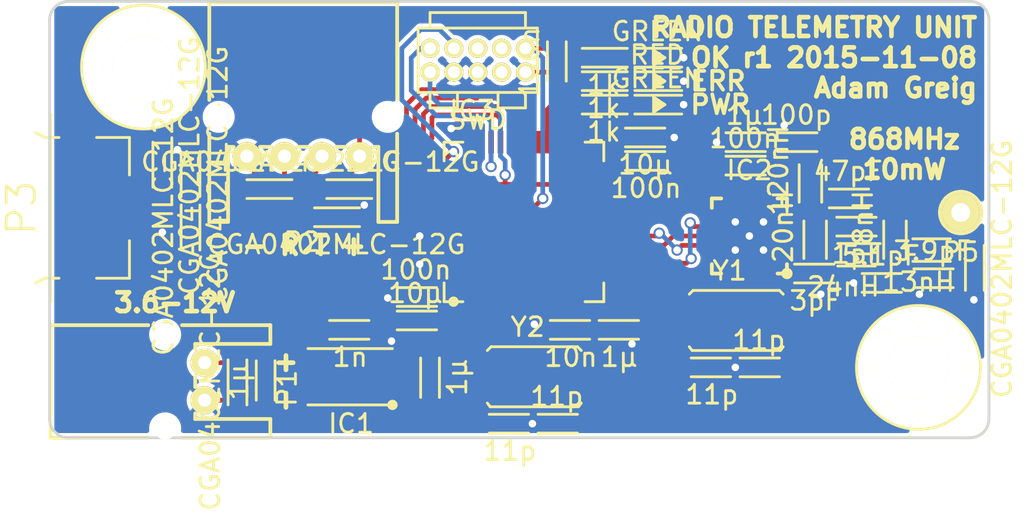
<source format=kicad_pcb>
(kicad_pcb (version 20221018) (generator pcbnew)
  (layers (0 "F.Cu" signal) (31 "B.Cu" signal) (34 "B.Paste" user) (35 "F.Paste" user) (36 "B.SilkS" user "B.Silkscreen") (37 "F.SilkS" user "F.Silkscreen") (38 "B.Mask" user) (39 "F.Mask" user) (44 "Edge.Cuts" user))
  (net 0 "")
  (net 1 "+BATT")
  (net 2 "GND")
  (net 3 "+3V3")
  (net 4 "Net-(C3-Pad1)")
  (net 5 "Net-(C4-Pad2)")
  (net 6 "Net-(C7-Pad1)")
  (net 7 "Net-(C14-Pad1)")
  (net 8 "Net-(C14-Pad2)")
  (net 9 "Net-(C15-Pad1)")
  (net 10 "Net-(C16-Pad1)")
  (net 11 "Net-(C17-Pad1)")
  (net 12 "Net-(C19-Pad1)")
  (net 13 "/nRST")
  (net 14 "Net-(C21-Pad1)")
  (net 15 "Net-(C22-Pad1)")
  (net 16 "/UART_RX")
  (net 17 "/UART_TX")
  (net 18 "/USB_DP")
  (net 19 "/USB_DM")
  (net 20 "Net-(D9-Pad2)")
  (net 21 "Net-(D10-Pad2)")
  (net 22 "Net-(D11-Pad2)")
  (net 23 "/SI_SDN")
  (net 24 "/SI_GPIO0")
  (net 25 "/SI_GPIO1")
  (net 26 "/SI_NIRQ")
  (net 27 "/SI_SCK")
  (net 28 "/SI_MISO")
  (net 29 "/SI_MOSI")
  (net 30 "/SI_NSS")
  (net 31 "Net-(IC3-Pad27)")
  (net 32 "Net-(IC3-Pad28)")
  (net 33 "/SWDIO")
  (net 34 "/SWCLK")
  (footprint "radtel:C0603" (layer "F.Cu") (at 93 109.5 -90)
    (fp_text reference "C1" hide)
    (fp_text value "1µ")
  )
  (footprint "radtel:C0603" (layer "F.Cu") (at 101.75 110.75 90)
    (fp_text reference "C2" hide)
    (fp_text value "1µ")
  )
  (footprint "radtel:C0603" (layer "F.Cu") (at 96.75 107.5)
    (fp_text reference "C3" hide)
    (fp_text value "1n")
  )
  (footprint "radtel:C0603" (layer "F.Cu") (at 121.5 104.5)
    (fp_text reference "C4" hide)
    (fp_text value "3pF")
  )
  (footprint "radtel:C0603" (layer "F.Cu") (at 119.25 97.5 180)
    (fp_text reference "C5" hide)
    (fp_text value "1µ")
  )
  (footprint "radtel:C0603" (layer "F.Cu") (at 119.25 98.75 180)
    (fp_text reference "C6" hide)
    (fp_text value "100n")
  )
  (footprint "radtel:C0603" (layer "F.Cu") (at 123.75 102)
    (fp_text reference "C7" hide)
    (fp_text value "1pF")
  )
  (footprint "radtel:C0603" (layer "F.Cu") (at 101.75 107 180)
    (fp_text reference "C8" hide)
    (fp_text value "10µ")
  )
  (footprint "radtel:C0603" (layer "F.Cu") (at 112.5 97.25)
    (fp_text reference "C9" hide)
    (fp_text value "10µ")
  )
  (footprint "radtel:C0603" (layer "F.Cu") (at 111.1 107.5)
    (fp_text reference "C10" hide)
    (fp_text value "1µ")
  )
  (footprint "radtel:C0603" (layer "F.Cu") (at 112.5 98.5)
    (fp_text reference "C11" hide)
    (fp_text value "100n")
  )
  (footprint "radtel:C0603" (layer "F.Cu") (at 101.75 105.75 180)
    (fp_text reference "C12" hide)
    (fp_text value "100n")
  )
  (footprint "radtel:C0603" (layer "F.Cu") (at 108.5 107.5)
    (fp_text reference "C13" hide)
    (fp_text value "10n")
  )
  (footprint "radtel:C0603" (layer "F.Cu") (at 124.75 100.5 180)
    (fp_text reference "C14" hide)
    (fp_text value "47pF")
  )
  (footprint "radtel:C0603" (layer "F.Cu") (at 126.5 105 180)
    (fp_text reference "C15" hide)
    (fp_text value "5.1pF")
  )
  (footprint "radtel:C0603" (layer "F.Cu") (at 129.25 104.75 180)
    (fp_text reference "C16" hide)
    (fp_text value "3.9pF")
  )
  (footprint "radtel:C0603" (layer "F.Cu") (at 116 109.5)
    (fp_text reference "C17" hide)
    (fp_text value "11p")
  )
  (footprint "radtel:C0603" (layer "F.Cu") (at 122 97.5 180)
    (fp_text reference "C18" hide)
    (fp_text value "100p")
  )
  (footprint "radtel:C0603" (layer "F.Cu") (at 120 109.5 180)
    (fp_text reference "C19" hide)
    (fp_text value "11p")
  )
  (footprint "radtel:C0603" (layer "F.Cu") (at 108.5 92.5 -90)
    (fp_text reference "C20" hide)
    (fp_text value "100n")
  )
  (footprint "radtel:C0603" (layer "F.Cu") (at 105.25 112.5)
    (fp_text reference "C21" hide)
    (fp_text value "11p")
  )
  (footprint "radtel:C0603" (layer "F.Cu") (at 109.25 112.5 180)
    (fp_text reference "C22" hide)
    (fp_text value "11p")
  )
  (footprint "radtel:R0603" (layer "F.Cu") (at 98.25 100 180)
    (fp_text reference "D1" hide)
    (fp_text value "CGA0402MLC-12G")
  )
  (footprint "radtel:R0603" (layer "F.Cu") (at 94 100 180)
    (fp_text reference "D2" hide)
    (fp_text value "CGA0402MLC-12G")
  )
  (footprint "radtel:R0603" (layer "F.Cu") (at 96 101.5)
    (fp_text reference "D3" hide)
    (fp_text value "CGA0402MLC-12G")
  )
  (footprint "radtel:R0603" (layer "F.Cu") (at 87.5 99.5 90)
    (fp_text reference "D4" hide)
    (fp_text value "CGA0402MLC-12G")
  )
  (footprint "radtel:R0603" (layer "F.Cu") (at 89 101.25 -90)
    (fp_text reference "D5" hide)
    (fp_text value "CGA0402MLC-12G")
  )
  (footprint "radtel:R0603" (layer "F.Cu") (at 89 100 90)
    (fp_text reference "D6" hide)
    (fp_text value "CGA0402MLC-12G")
  )
  (footprint "radtel:R0603" (layer "F.Cu") (at 91.5 109.5 -90)
    (fp_text reference "D7" hide)
    (fp_text value "CGA0402MLC-12G")
  )
  (footprint "radtel:R0603" (layer "F.Cu") (at 130.75 105 90)
    (fp_text reference "D8" hide)
    (fp_text value "CGA0402MLC-12G")
  )
  (footprint "radtel:LED0603" (layer "F.Cu") (at 114.75 93 180)
    (fp_text reference "D9" hide)
    (fp_text value "GREEN")
  )
  (footprint "radtel:LED0603" (layer "F.Cu") (at 114.75 94.25 180)
    (fp_text reference "D10" hide)
    (fp_text value "RED")
  )
  (footprint "radtel:LED0603" (layer "F.Cu") (at 114.75 95.5 180)
    (fp_text reference "D11" hide)
    (fp_text value "GREEN")
  )
  (footprint "radtel:Si4460" (layer "F.Cu") (at 118.75 102.5 180)
    (fp_text reference "IC2")
    (fp_text value "Si4460" hide)
  )
  (footprint "radtel:LQFP48" (layer "F.Cu") (at 104 106)
    (fp_text reference "IC3")
    (fp_text value "STM32F072CBT6" hide)
  )
  (footprint "radtel:L0603" (layer "F.Cu") (at 122.25 102 -90)
    (fp_text reference "L1" hide)
    (fp_text value "20nH")
  )
  (footprint "radtel:L0603" (layer "F.Cu") (at 123.75 103.5)
    (fp_text reference "L2" hide)
    (fp_text value "24nH")
  )
  (footprint "radtel:L0603" (layer "F.Cu") (at 126.5 102 -90)
    (fp_text reference "L3" hide)
    (fp_text value "18nH")
  )
  (footprint "radtel:L0603" (layer "F.Cu") (at 127.75 103.25)
    (fp_text reference "L4" hide)
    (fp_text value "13nH")
  )
  (footprint "radtel:L0603" (layer "F.Cu") (at 122 99 -90)
    (fp_text reference "L5" hide)
    (fp_text value "120nH")
  )
  (footprint "radtel:S02B-PASK-2" (layer "F.Cu") (at 89.75 111.25 90)
    (fp_text reference "P1")
    (fp_text value "PWR" hide)
  )
  (footprint "radtel:S04B-PASK-2" (layer "F.Cu") (at 92 98.25)
    (fp_text reference "P2")
    (fp_text value "UART" hide)
  )
  (footprint "radtel:USB3065" (layer "F.Cu") (at 83 101 -90)
    (fp_text reference "P3")
    (fp_text value "USB_OTG")
  )
  (footprint "radtel:FTSH-105-01-F-D-K" (layer "F.Cu") (at 101.75 92.5)
    (fp_text reference "P4" hide)
    (fp_text value "SWD")
  )
  (footprint "radtel:WHIPANT" (layer "F.Cu") (at 130 101.25)
    (fp_text reference "P5")
    (fp_text value "ANTENNA")
  )
  (footprint "radtel:R0603" (layer "F.Cu") (at 110.25 94.25)
    (fp_text reference "R1" hide)
    (fp_text value "1k")
  )
  (footprint "radtel:R0603" (layer "F.Cu") (at 110.25 95.5)
    (fp_text reference "R2" hide)
    (fp_text value "1k")
  )
  (footprint "radtel:R0603" (layer "F.Cu") (at 110.25 93)
    (fp_text reference "R3" hide)
    (fp_text value "1k")
  )
  (footprint "radtel:XTAL50x32" (layer "F.Cu") (at 116 107)
    (fp_text reference "Y1")
    (fp_text value "26MHz" hide)
  )
  (footprint "radtel:XTAL50x32" (layer "F.Cu") (at 105.25 110)
    (fp_text reference "Y2")
    (fp_text value "8MHz" hide)
  )
  (footprint "radtel:MSOP8" (layer "F.Cu") (at 99.75 111 180)
    (fp_text reference "IC1")
    (fp_text value "ADP3335" hide)
  )
  (footprint "radtel:M3_MOUNT" (layer "F.Cu") (at 127.75 109.5)
    (fp_text reference "M3_MOUNT" hide)
    (fp_text value "VAL**" hide)
  )
  (footprint "radtel:M3_MOUNT" (layer "F.Cu") (at 86.5 93.5)
    (fp_text reference "M3_MOUNT" hide)
    (fp_text value "VAL**" hide)
  )
  (gr_arc (start 81.5 91) (mid 81.792893 90.292893) (end 82.5 90) (stroke (width 0.15)) (layer "Edge.Cuts"))
  (gr_line (start 130.5 90) (end 82.5 90) (stroke (width 0.15)) (layer "Edge.Cuts"))
  (gr_arc (start 130.5 90) (mid 131.207107 90.292893) (end 131.5 91) (stroke (width 0.15)) (layer "Edge.Cuts"))
  (gr_line (start 82.5 113.25) (end 130.5 113.25) (stroke (width 0.15)) (layer "Edge.Cuts"))
  (gr_arc (start 131.5 112.25) (mid 131.207107 112.957107) (end 130.5 113.25) (stroke (width 0.15)) (layer "Edge.Cuts"))
  (gr_arc (start 82.5 113.25) (mid 81.792893 112.957107) (end 81.5 112.25) (stroke (width 0.15)) (layer "Edge.Cuts"))
  (gr_line (start 81.5 91) (end 81.5 112.25) (stroke (width 0.15)) (layer "Edge.Cuts"))
  (gr_line (start 131.5 112.25) (end 131.5 91) (stroke (width 0.15)) (layer "Edge.Cuts"))
  (gr_text "- R T +" (at 95.05 103) (layer "F.SilkS") (effects (font (size 1 1) (thickness 0.25))))
  (gr_text "OK" (at 115.5 93) (layer "F.SilkS") (effects (font (size 1 1) (thickness 0.25)) (justify left)))
  (gr_text "RADIO TELEMETRY UNIT\nr1 2015-11-08\nAdam Greig" (at 131 93) (layer "F.SilkS") (effects (font (size 1 1) (thickness 0.25)) (justify right)))
  (gr_text "+ -" (at 94.15 110.25 270) (layer "F.SilkS") (effects (font (size 1 1) (thickness 0.25))))
  (gr_text "PWR" (at 115.5 95.5) (layer "F.SilkS") (effects (font (size 1 1) (thickness 0.2)) (justify left)))
  (gr_text "ERR" (at 115.5 94.25) (layer "F.SilkS") (effects (font (size 1 1) (thickness 0.2)) (justify left)))
  (gr_text "3.6-12V" (at 88.15 106.05) (layer "F.SilkS") (effects (font (size 1 1) (thickness 0.25))))
  (gr_text "868MHz\n10mW" (at 127 98.15) (layer "F.SilkS") (effects (font (size 1 1) (thickness 0.25))))
  (segment (start 91.25 109.25) (end 91.5 109.5) (width 0.25) (layer "F.Cu") (net 1))
  (segment (start 93.2 109.7) (end 93 109.5) (width 0.25) (layer "F.Cu") (net 1))
  (segment (start 94.1 110.35) (end 94 110.25) (width 0.25) (layer "F.Cu") (net 1))
  (segment (start 94 110.25) (end 94 110) (width 0.25) (layer "F.Cu") (net 1))
  (segment (start 94 109.7) (end 93.2 109.7) (width 0.25) (layer "F.Cu") (net 1))
  (segment (start 94.25 111) (end 94 110.75) (width 0.25) (layer "F.Cu") (net 1))
  (segment (start 94 110.75) (end 94 110) (width 0.25) (layer "F.Cu") (net 1))
  (segment (start 94 110) (end 94 109.7) (width 0.25) (layer "F.Cu") (net 1))
  (segment (start 87.3 99.7) (end 87.5 99.5) (width 0.25) (layer "F.Cu") (net 1))
  (segment (start 98 98.65) (end 96.65 100) (width 0.25) (layer "F.Cu") (net 1))
  (segment (start 86.7 99.7) (end 87.3 99.7) (width 0.25) (layer "F.Cu") (net 1))
  (segment (start 94 106.5) (end 91.7 104.2) (width 0.25) (layer "F.Cu") (net 1))
  (segment (start 91.7 104.2) (end 85.3 104.2) (width 0.25) (layer "F.Cu") (net 1))
  (segment (start 85.3 104.2) (end 84.05 102.95) (width 0.25) (layer "F.Cu") (net 1))
  (segment (start 84.05 102.95) (end 84 102.9) (width 0.25) (layer "F.Cu") (net 1))
  (segment (start 84 100.5) (end 84.8 99.7) (width 0.25) (layer "F.Cu") (net 1))
  (segment (start 84.8 99.7) (end 85.75 99.7) (width 0.25) (layer "F.Cu") (net 1))
  (segment (start 88 99.5) (end 88.25 99.25) (width 0.25) (layer "F.Cu") (net 1))
  (segment (start 88.25 99.25) (end 90 99.25) (width 0.25) (layer "F.Cu") (net 1))
  (segment (start 90 99.25) (end 90.5 98.75) (width 0.25) (layer "F.Cu") (net 1))
  (segment (start 90.5 98.75) (end 90.5 97.75) (width 0.25) (layer "F.Cu") (net 1))
  (segment (start 90.5 97.75) (end 91.75 96.5) (width 0.25) (layer "F.Cu") (net 1))
  (segment (start 91.75 96.5) (end 97.25 96.5) (width 0.25) (layer "F.Cu") (net 1))
  (segment (start 97.25 96.5) (end 98 97.25) (width 0.25) (layer "F.Cu") (net 1))
  (segment (start 98 97.25) (end 98 98.25) (width 0.25) (layer "F.Cu") (net 1))
  (segment (start 95.35 111) (end 94.25 111) (width 0.25) (layer "F.Cu") (net 1))
  (segment (start 87.5 99.5) (end 88 99.5) (width 0.25) (layer "F.Cu") (net 1))
  (segment (start 98 98.25) (end 98 98.65) (width 0.25) (layer "F.Cu") (net 1))
  (segment (start 89.75 109.25) (end 91.25 109.25) (width 0.25) (layer "F.Cu") (net 1))
  (segment (start 95.35 109.7) (end 94 109.7) (width 0.25) (layer "F.Cu") (net 1))
  (segment (start 94 109.7) (end 94 106.5) (width 0.25) (layer "F.Cu") (net 1))
  (segment (start 95.35 110.35) (end 94.1 110.35) (width 0.25) (layer "F.Cu") (net 1))
  (segment (start 85.75 99.7) (end 86.7 99.7) (width 0.25) (layer "F.Cu") (net 1))
  (segment (start 91.5 109.5) (end 93 109.5) (width 0.25) (layer "F.Cu") (net 1))
  (segment (start 84 102.9) (end 84 100.5) (width 0.25) (layer "F.Cu") (net 1))
  (segment (start 108.37 93.77) (end 108.5 93.9) (width 0.25) (layer "F.Cu") (net 2))
  (segment (start 99.75 108.15) (end 99.7 108.1) (width 0.25) (layer "F.Cu") (net 2))
  (segment (start 98.25 100.85) (end 97.6 101.5) (width 0.25) (layer "F.Cu") (net 2))
  (segment (start 92.4 98.65) (end 92 98.25) (width 0.25) (layer "F.Cu") (net 2))
  (segment (start 91.35 111.25) (end 91.5 111.1) (width 0.25) (layer "F.Cu") (net 2))
  (segment (start 92.8 111.1) (end 93 110.9) (width 0.25) (layer "F.Cu") (net 2))
  (segment (start 88.5 97.9) (end 89 98.4) (width 0.25) (layer "F.Cu") (net 2))
  (segment (start 88.3 97.9) (end 88.5 97.9) (width 0.25) (layer "F.Cu") (net 2))
  (segment (start 88.45 102.3) (end 89 102.85) (width 0.25) (layer "F.Cu") (net 2))
  (segment (start 87.5 102.3) (end 88.45 102.3) (width 0.25) (layer "F.Cu") (net 2))
  (segment (start 107.5 107) (end 107.3 107.2) (width 0.25) (layer "F.Cu") (net 2))
  (segment (start 104.5 96.6) (end 104.425 96.525) (width 0.25) (layer "F.Cu") (net 2))
  (segment (start 104.425 96.525) (end 103.125 96.525) (width 0.25) (layer "F.Cu") (net 2))
  (segment (start 103.125 96.525) (end 102.875 96.775) (width 0.25) (layer "F.Cu") (net 2))
  (segment (start 99.55 105.75) (end 99.5 105.8) (width 0.25) (layer "F.Cu") (net 2))
  (segment (start 101.45 109.05) (end 101.75 109.35) (width 0.25) (layer "F.Cu") (net 2))
  (segment (start 107.2 112.5) (end 107.85 112.5) (width 0.25) (layer "F.Cu") (net 2))
  (segment (start 118 109.5) (end 118.6 109.5) (width 0.25) (layer "F.Cu") (net 2))
  (segment (start 127.85 105.55) (end 127.8 105.6) (width 0.25) (layer "F.Cu") (net 2))
  (segment (start 130.75 105.85) (end 130.7 105.9) (width 0.25) (layer "F.Cu") (net 2))
  (segment (start 113.25 99.5) (end 113.9 98.85) (width 0.25) (layer "F.Cu") (net 2))
  (segment (start 113.9 98.85) (end 113.9 98.5) (width 0.25) (layer "F.Cu") (net 2))
  (segment (start 121.5 104.55) (end 122.55 105.6) (width 0.25) (layer "F.Cu") (net 2))
  (segment (start 112.5 106.85) (end 112.5 107.5) (width 0.25) (layer "F.Cu") (net 2))
  (segment (start 118.75 102.5) (end 118 101.75) (width 0.25) (layer "F.Cu") (net 2))
  (segment (start 91.5 111.1) (end 92.8 111.1) (width 0.25) (layer "F.Cu") (net 2))
  (segment (start 109.9 106.85) (end 110 106.75) (width 0.25) (layer "F.Cu") (net 2))
  (segment (start 117.4 109.5) (end 118 109.5) (width 0.25) (layer "F.Cu") (net 2))
  (segment (start 87.5 97.9) (end 88.3 97.9) (width 0.25) (layer "F.Cu") (net 2))
  (segment (start 125.1 105) (end 124.3 105) (width 0.25) (layer "F.Cu") (net 2))
  (segment (start 99.75 109.05) (end 101.45 109.05) (width 0.25) (layer "F.Cu") (net 2))
  (segment (start 113.9 98.5) (end 113.9 97.25) (width 0.25) (layer "F.Cu") (net 2))
  (segment (start 120.6 97.5) (end 120.6 96.6) (width 0.25) (layer "F.Cu") (net 2))
  (segment (start 112.4 106.75) (end 112.5 106.85) (width 0.25) (layer "F.Cu") (net 2))
  (segment (start 106.83 93.77) (end 108.37 93.77) (width 0.25) (layer "F.Cu") (net 2))
  (segment (start 117.85 98.75) (end 117.85 97.5) (width 0.25) (layer "F.Cu") (net 2))
  (segment (start 109.9 107.5) (end 109.9 106.85) (width 0.25) (layer "F.Cu") (net 2))
  (segment (start 117.85 97.5) (end 117 97.5) (width 0.25) (layer "F.Cu") (net 2))
  (segment (start 100.35 107) (end 100.35 105.75) (width 0.25) (layer "F.Cu") (net 2))
  (segment (start 118.75 104.5) (end 118.75 102.5) (width 0.25) (layer "F.Cu") (net 2))
  (segment (start 92.4 100) (end 92.4 98.65) (width 0.25) (layer "F.Cu") (net 2))
  (segment (start 118.75 102.5) (end 119.5 101.75) (width 0.25) (layer "F.Cu") (net 2))
  (segment (start 106.65 112.5) (end 107.2 112.5) (width 0.25) (layer "F.Cu") (net 2))
  (segment (start 114.75 97.25) (end 113.9 97.25) (width 0.25) (layer "F.Cu") (net 2))
  (segment (start 110 106.75) (end 112.4 106.75) (width 0.25) (layer "F.Cu") (net 2))
  (segment (start 89.75 111.25) (end 91.35 111.25) (width 0.25) (layer "F.Cu") (net 2))
  (segment (start 98.25 100) (end 98.25 100.85) (width 0.25) (layer "F.Cu") (net 2))
  (segment (start 100.35 105.75) (end 99.55 105.75) (width 0.25) (layer "F.Cu") (net 2))
  (segment (start 114.75 95.5) (end 115.25 95.5) (width 0.25) (layer "F.Cu") (net 2))
  (segment (start 114.75 94.25) (end 115.25 94.25) (width 0.25) (layer "F.Cu") (net 2))
  (segment (start 102.5 102.5) (end 101.2 102.5) (width 0.25) (layer "F.Cu") (net 2))
  (segment (start 114.75 93) (end 115.25 93) (width 0.25) (layer "F.Cu") (net 2))
  (segment (start 130.75 105) (end 130.75 105.85) (width 0.25) (layer "F.Cu") (net 2))
  (segment (start 118.75 102.5) (end 119.5 103.25) (width 0.25) (layer "F.Cu") (net 2))
  (segment (start 102.5 104) (end 101.2 104) (width 0.25) (layer "F.Cu") (net 2))
  (segment (start 111 99.5) (end 113.25 99.5) (width 0.25) (layer "F.Cu") (net 2))
  (segment (start 99.75 109.05) (end 99.75 108.15) (width 0.25) (layer "F.Cu") (net 2))
  (segment (start 118.75 102.5) (end 118 103.25) (width 0.25) (layer "F.Cu") (net 2))
  (segment (start 85.75 102.3) (end 87.5 102.3) (width 0.25) (layer "F.Cu") (net 2))
  (segment (start 121.5 104.5) (end 121.5 104.55) (width 0.25) (layer "F.Cu") (net 2))
  (segment (start 104.5 97.5) (end 104.5 96.6) (width 0.25) (layer "F.Cu") (net 2))
  (segment (start 127.85 104.75) (end 127.85 105.55) (width 0.25) (layer "F.Cu") (net 2))
  (segment (start 112.5 107.5) (end 112.5 108.25) (width 0.25) (layer "F.Cu") (net 2))
  (segment (start 107.5 106) (end 107.5 107) (width 0.25) (layer "F.Cu") (net 2))
  (via (at 124.3 105) (size 0.6) (drill 0.4) (layers "F.Cu" "B.Cu") (net 2))
  (via (at 87.5 102.3) (size 0.6) (drill 0.4) (layers "F.Cu" "B.Cu") (net 2))
  (via (at 119.5 103.25) (size 0.6) (drill 0.4) (layers "F.Cu" "B.Cu") (net 2))
  (via (at 107.2 112.5) (size 0.6) (drill 0.4) (layers "F.Cu" "B.Cu") (net 2))
  (via (at 99.7 108.1) (size 0.6) (drill 0.4) (layers "F.Cu" "B.Cu") (net 2))
  (via (at 88.3 97.9) (size 0.6) (drill 0.4) (layers "F.Cu" "B.Cu") (net 2))
  (via (at 115.25 93) (size 0.6) (drill 0.4) (layers "F.Cu" "B.Cu") (net 2))
  (via (at 118 101.75) (size 0.6) (drill 0.4) (layers "F.Cu" "B.Cu") (net 2))
  (via (at 130.7 105.9) (size 0.6) (drill 0.4) (layers "F.Cu" "B.Cu") (net 2))
  (via (at 114.75 97.25) (size 0.6) (drill 0.4) (layers "F.Cu" "B.Cu") (net 2))
  (via (at 118 103.25) (size 0.6) (drill 0.4) (layers "F.Cu" "B.Cu") (net 2))
  (via (at 115.25 94.25) (size 0.6) (drill 0.4) (layers "F.Cu" "B.Cu") (net 2))
  (via (at 101.2 104) (size 0.6) (drill 0.4) (layers "F.Cu" "B.Cu") (net 2))
  (via (at 118 109.5) (size 0.6) (drill 0.4) (layers "F.Cu" "B.Cu") (net 2))
  (via (at 115.25 95.5) (size 0.6) (drill 0.4) (layers "F.Cu" "B.Cu") (net 2))
  (via (at 99.5 105.8) (size 0.6) (drill 0.4) (layers "F.Cu" "B.Cu") (net 2))
  (via (at 122.55 105.6) (size 0.6) (drill 0.4) (layers "F.Cu" "B.Cu") (net 2))
  (via (at 127.8 105.6) (size 0.6) (drill 0.4) (layers "F.Cu" "B.Cu") (net 2))
  (via (at 102.875 96.775) (size 0.6) (drill 0.4) (layers "F.Cu" "B.Cu") (net 2))
  (via (at 112.5 108.25) (size 0.6) (drill 0.4) (layers "F.Cu" "B.Cu") (net 2))
  (via (at 120.6 96.6) (size 0.6) (drill 0.4) (layers "F.Cu" "B.Cu") (net 2))
  (via (at 101.2 102.5) (size 0.6) (drill 0.4) (layers "F.Cu" "B.Cu") (net 2))
  (via (at 119.5 101.75) (size 0.6) (drill 0.4) (layers "F.Cu" "B.Cu") (net 2))
  (via (at 98.25 100.85) (size 0.6) (drill 0.4) (layers "F.Cu" "B.Cu") (net 2))
  (via (at 117 97.5) (size 0.6) (drill 0.4) (layers "F.Cu" "B.Cu") (net 2))
  (via (at 118.75 102.5) (size 0.6) (drill 0.4) (layers "F.Cu" "B.Cu") (net 2))
  (via (at 107.3 107.2) (size 0.6) (drill 0.4) (layers "F.Cu" "B.Cu") (net 2))
  (segment (start 98.25 100.85) (end 98.3 100.9) (width 0.25) (layer "B.Cu") (net 2))
  (segment (start 118 109.5) (end 118 109.4) (width 0.25) (layer "B.Cu") (net 2))
  (segment (start 118.75 102.5) (end 118.7 102.55) (width 0.25) (layer "B.Cu") (net 2))
  (segment (start 118.7 102.55) (end 118.7 102.6) (width 0.25) (layer "B.Cu") (net 2))
  (segment (start 101.5 111) (end 101.75 110.75) (width 0.25) (layer "F.Cu") (net 3))
  (segment (start 100.85 110.35) (end 101 110.5) (width 0.25) (layer "F.Cu") (net 3))
  (segment (start 101 110.5) (end 101 110.75) (width 0.25) (layer "F.Cu") (net 3))
  (segment (start 101 111) (end 101.5 111) (width 0.25) (layer "F.Cu") (net 3))
  (segment (start 100.7 109.7) (end 101 110) (width 0.25) (layer "F.Cu") (net 3))
  (segment (start 101 110) (end 101 110.5) (width 0.25) (layer "F.Cu") (net 3))
  (segment (start 102.5 110.75) (end 102.75 110.5) (width 0.25) (layer "F.Cu") (net 3))
  (segment (start 102.75 110.5) (end 102.75 108.75) (width 0.25) (layer "F.Cu") (net 3))
  (segment (start 102.75 108.75) (end 101.75 107.75) (width 0.25) (layer "F.Cu") (net 3))
  (segment (start 101.75 107.75) (end 101.75 107) (width 0.25) (layer "F.Cu") (net 3))
  (segment (start 98.15 109.9) (end 98.6 110.35) (width 0.25) (layer "F.Cu") (net 3))
  (segment (start 98.6 110.35) (end 99.75 110.35) (width 0.25) (layer "F.Cu") (net 3))
  (segment (start 112 99) (end 112.5 98.5) (width 0.25) (layer "F.Cu") (net 3))
  (segment (start 102 104.5) (end 101.75 104.75) (width 0.25) (layer "F.Cu") (net 3))
  (segment (start 101.75 104.75) (end 101.75 105.75) (width 0.25) (layer "F.Cu") (net 3))
  (segment (start 118.75 100) (end 119.25 99.5) (width 0.25) (layer "F.Cu") (net 3))
  (segment (start 119.25 99.5) (end 119.25 98.75) (width 0.25) (layer "F.Cu") (net 3))
  (segment (start 119.75 100) (end 119.75 100.5) (width 0.25) (layer "F.Cu") (net 3))
  (segment (start 102.75 105.75) (end 104 104.5) (width 0.25) (layer "F.Cu") (net 3))
  (segment (start 104 104.5) (end 104 101) (width 0.25) (layer "F.Cu") (net 3))
  (segment (start 104 101) (end 104 99.75) (width 0.25) (layer "F.Cu") (net 3))
  (segment (start 104 99.75) (end 104 97.5) (width 0.25) (layer "F.Cu") (net 3))
  (segment (start 108.75 99.75) (end 110.625 97.875) (width 0.25) (layer "F.Cu") (net 3))
  (segment (start 111.25 97.25) (end 112.5 97.25) (width 0.25) (layer "F.Cu") (net 3))
  (segment (start 103 106) (end 102.75 105.75) (width 0.25) (layer "F.Cu") (net 3))
  (segment (start 122 96.5) (end 121.25 95.75) (width 0.25) (layer "F.Cu") (net 3))
  (segment (start 121.25 95.75) (end 119.5 95.75) (width 0.25) (layer "F.Cu") (net 3))
  (segment (start 119.5 95.75) (end 119.25 96) (width 0.25) (layer "F.Cu") (net 3))
  (segment (start 119.25 96) (end 119.25 96.5) (width 0.25) (layer "F.Cu") (net 3))
  (segment (start 105.75 99.25) (end 105.75 99.75) (width 0.25) (layer "F.Cu") (net 3))
  (segment (start 105.75 99.75) (end 108.75 99.75) (width 0.25) (layer "F.Cu") (net 3))
  (segment (start 108 101.45) (end 108.75 100.7) (width 0.25) (layer "F.Cu") (net 3))
  (segment (start 108.75 100.7) (end 108.75 99.75) (width 0.25) (layer "F.Cu") (net 3))
  (segment (start 110.875 97.625) (end 111.25 97.25) (width 0.25) (layer "F.Cu") (net 3))
  (segment (start 113.25 96.5) (end 115.75 96.5) (width 0.25) (layer "F.Cu") (net 3))
  (segment (start 115.75 96.5) (end 119.25 96.5) (width 0.25) (layer "F.Cu") (net 3))
  (segment (start 119.25 96.5) (end 119.25 97.5) (width 0.25) (layer "F.Cu") (net 3))
  (segment (start 110.25 97.5) (end 110.625 97.875) (width 0.25) (layer "F.Cu") (net 3))
  (segment (start 110.625 97.875) (end 110.875 97.625) (width 0.25) (layer "F.Cu") (net 3))
  (segment (start 118.75 100.5) (end 118.75 100) (width 0.25) (layer "F.Cu") (net 3))
  (segment (start 99.75 111) (end 101 111) (width 0.25) (layer "F.Cu") (net 3))
  (segment (start 104 106) (end 103 106) (width 0.25) (layer "F.Cu") (net 3))
  (segment (start 122 97.5) (end 122 99) (width 0.25) (layer "F.Cu") (net 3))
  (segment (start 111.1 108.15) (end 111.1 107.5) (width 0.25) (layer "F.Cu") (net 3))
  (segment (start 112.5 97.25) (end 113.25 96.5) (width 0.25) (layer "F.Cu") (net 3))
  (segment (start 101.75 110.75) (end 102.5 110.75) (width 0.25) (layer "F.Cu") (net 3))
  (segment (start 99.75 109.7) (end 100.7 109.7) (width 0.25) (layer "F.Cu") (net 3))
  (segment (start 104 99.75) (end 105.75 99.75) (width 0.25) (layer "F.Cu") (net 3))
  (segment (start 108 107) (end 108.5 107.5) (width 0.25) (layer "F.Cu") (net 3))
  (segment (start 108 106) (end 108 101.45) (width 0.25) (layer "F.Cu") (net 3))
  (segment (start 102.5 104.5) (end 102 104.5) (width 0.25) (layer "F.Cu") (net 3))
  (segment (start 98.15 107.5) (end 98.15 109.9) (width 0.25) (layer "F.Cu") (net 3))
  (segment (start 101.75 105.75) (end 102.75 105.75) (width 0.25) (layer "F.Cu") (net 3))
  (segment (start 119.25 98.75) (end 119.25 97.5) (width 0.25) (layer "F.Cu") (net 3))
  (segment (start 108 106) (end 108 107) (width 0.25) (layer "F.Cu") (net 3))
  (segment (start 112.5 97.25) (end 112.5 98.5) (width 0.25) (layer "F.Cu") (net 3))
  (segment (start 111 99) (end 112 99) (width 0.25) (layer "F.Cu") (net 3))
  (segment (start 101.75 107) (end 101.75 105.75) (width 0.25) (layer "F.Cu") (net 3))
  (segment (start 100.85 110.35) (end 99.75 110.35) (width 0.25) (layer "F.Cu") (net 3))
  (segment (start 108.774999 108.424999) (end 110.825001 108.424999) (width 0.25) (layer "F.Cu") (net 3))
  (segment (start 108.5 108.15) (end 108.774999 108.424999) (width 0.25) (layer "F.Cu") (net 3))
  (segment (start 122 97.5) (end 122 96.5) (width 0.25) (layer "F.Cu") (net 3))
  (segment (start 119.25 99.5) (end 119.75 100) (width 0.25) (layer "F.Cu") (net 3))
  (segment (start 108.5 107.5) (end 108.5 108.15) (width 0.25) (layer "F.Cu") (net 3))
  (segment (start 101 111) (end 101 110.75) (width 0.25) (layer "F.Cu") (net 3))
  (segment (start 110.825001 108.424999) (end 111.1 108.15) (width 0.25) (layer "F.Cu") (net 3))
  (segment (start 110.25 95.5) (end 110.25 97.5) (width 0.25) (layer "F.Cu") (net 3))
  (via (at 105.75 99.25) (size 0.6) (drill 0.4) (layers "F.Cu" "B.Cu") (net 3))
  (segment (start 101.75 95) (end 102.25 95.5) (width 0.25) (layer "B.Cu") (net 3))
  (segment (start 102.25 95.5) (end 105 95.5) (width 0.25) (layer "B.Cu") (net 3))
  (segment (start 105 95.5) (end 105.5 96) (width 0.25) (layer "B.Cu") (net 3))
  (segment (start 105.5 96) (end 105.5 98.25) (width 0.25) (layer "B.Cu") (net 3))
  (segment (start 105.5 98.25) (end 105.75 98.5) (width 0.25) (layer "B.Cu") (net 3))
  (segment (start 105.75 98.5) (end 105.75 99.25) (width 0.25) (layer "B.Cu") (net 3))
  (segment (start 101.75 93.77) (end 101.75 95) (width 0.25) (layer "B.Cu") (net 3))
  (segment (start 96.45 109.05) (end 96.75 108.75) (width 0.25) (layer "F.Cu") (net 4))
  (segment (start 96.75 108.75) (end 96.75 107.5) (width 0.25) (layer "F.Cu") (net 4))
  (segment (start 95.35 109.05) (end 96.45 109.05) (width 0.25) (layer "F.Cu") (net 4))
  (segment (start 121.85 103) (end 122.25 103.4) (width 0.25) (layer "F.Cu") (net 5))
  (segment (start 123.65 103.4) (end 123.75 103.5) (width 0.25) (layer "F.Cu") (net 5))
  (segment (start 122.9 103.4) (end 122.8 103.5) (width 0.25) (layer "F.Cu") (net 5))
  (segment (start 122.8 103.5) (end 122.75 103.5) (width 0.25) (layer "F.Cu") (net 5))
  (segment (start 122.75 103.5) (end 122.75 103.4) (width 0.25) (layer "F.Cu") (net 5))
  (segment (start 122.75 103.4) (end 123.65 103.4) (width 0.25) (layer "F.Cu") (net 5))
  (segment (start 122.9 104.5) (end 122.9 103.4) (width 0.25) (layer "F.Cu") (net 5))
  (segment (start 122.25 103.4) (end 122.75 103.4) (width 0.25) (layer "F.Cu") (net 5))
  (segment (start 120.75 103) (end 121.85 103) (width 0.25) (layer "F.Cu") (net 5))
  (segment (start 121.75 102.5) (end 122.25 102) (width 0.25) (layer "F.Cu") (net 6))
  (segment (start 122.25 102) (end 123.75 102) (width 0.25) (layer "F.Cu") (net 6))
  (segment (start 120.75 102.5) (end 121.75 102.5) (width 0.25) (layer "F.Cu") (net 6))
  (segment (start 124.75 101.6) (end 125.15 102) (width 0.25) (layer "F.Cu") (net 7))
  (segment (start 124.75 100.5) (end 124.75 101.6) (width 0.25) (layer "F.Cu") (net 7))
  (segment (start 125.15 103.5) (end 125.15 102) (width 0.25) (layer "F.Cu") (net 7))
  (segment (start 125.15 102) (end 126.5 102) (width 0.25) (layer "F.Cu") (net 7))
  (segment (start 122.1 100.5) (end 122 100.4) (width 0.25) (layer "F.Cu") (net 8))
  (segment (start 121.25 102) (end 121.45 101.8) (width 0.25) (layer "F.Cu") (net 8))
  (segment (start 121.45 101.8) (end 121.45 100.95) (width 0.25) (layer "F.Cu") (net 8))
  (segment (start 121.45 100.95) (end 122 100.4) (width 0.25) (layer "F.Cu") (net 8))
  (segment (start 120.75 102) (end 121.25 102) (width 0.25) (layer "F.Cu") (net 8))
  (segment (start 123.35 100.5) (end 122.1 100.5) (width 0.25) (layer "F.Cu") (net 8))
  (segment (start 127.6 103.4) (end 127.75 103.25) (width 0.25) (layer "F.Cu") (net 9))
  (segment (start 126.5 103.4) (end 126.5 105) (width 0.25) (layer "F.Cu") (net 9))
  (segment (start 126.5 103.4) (end 127.6 103.4) (width 0.25) (layer "F.Cu") (net 9))
  (segment (start 129.3 103.4) (end 129.15 103.25) (width 0.25) (layer "F.Cu") (net 10))
  (segment (start 129.25 103.35) (end 129.15 103.25) (width 0.25) (layer "F.Cu") (net 10))
  (segment (start 129.15 102.1) (end 130 101.25) (width 0.25) (layer "F.Cu") (net 10))
  (segment (start 130.75 103.4) (end 129.3 103.4) (width 0.25) (layer "F.Cu") (net 10))
  (segment (start 129.15 103.25) (end 129.15 102.1) (width 0.25) (layer "F.Cu") (net 10))
  (segment (start 129.25 104.75) (end 129.25 103.35) (width 0.25) (layer "F.Cu") (net 10))
  (segment (start 116.75 107) (end 117.75 106) (width 0.25) (layer "F.Cu") (net 11))
  (segment (start 117.75 106) (end 117.75 104.5) (width 0.25) (layer "F.Cu") (net 11))
  (segment (start 116 107) (end 116 109.5) (width 0.25) (layer "F.Cu") (net 11))
  (segment (start 116 107) (end 116.75 107) (width 0.25) (layer "F.Cu") (net 11))
  (segment (start 118.25 106) (end 119.25 107) (width 0.25) (layer "F.Cu") (net 12))
  (segment (start 119.25 107) (end 120.1 107) (width 0.25) (layer "F.Cu") (net 12))
  (segment (start 120.1 109.4) (end 120 109.5) (width 0.25) (layer "F.Cu") (net 12))
  (segment (start 120.1 107) (end 120.1 109.4) (width 0.25) (layer "F.Cu") (net 12))
  (segment (start 118.25 104.5) (end 118.25 106) (width 0.25) (layer "F.Cu") (net 12))
  (segment (start 107.75 100.5) (end 107 101.25) (width 0.25) (layer "F.Cu") (net 13))
  (segment (start 107 101.25) (end 107 106) (width 0.25) (layer "F.Cu") (net 13))
  (segment (start 106.83 92.5) (end 108.5 92.5) (width 0.25) (layer "F.Cu") (net 13))
  (via (at 107.75 100.5) (size 0.6) (drill 0.4) (layers "F.Cu" "B.Cu") (net 13))
  (segment (start 107.25 92.5) (end 107.75 93) (width 0.25) (layer "B.Cu") (net 13))
  (segment (start 107.75 93) (end 107.75 100.5) (width 0.25) (layer "B.Cu") (net 13))
  (segment (start 106.83 92.5) (end 107.25 92.5) (width 0.25) (layer "B.Cu") (net 13))
  (segment (start 106 109.25) (end 105.25 110) (width 0.25) (layer "F.Cu") (net 14))
  (segment (start 106 106) (end 106 109.25) (width 0.25) (layer "F.Cu") (net 14))
  (segment (start 105.25 110) (end 105.25 112.5) (width 0.25) (layer "F.Cu") (net 14))
  (segment (start 106.5 108.5) (end 108 110) (width 0.25) (layer "F.Cu") (net 15))
  (segment (start 108 110) (end 109.35 110) (width 0.25) (layer "F.Cu") (net 15))
  (segment (start 109.35 112.4) (end 109.25 112.5) (width 0.25) (layer "F.Cu") (net 15))
  (segment (start 106.5 106) (end 106.5 108.5) (width 0.25) (layer "F.Cu") (net 15))
  (segment (start 109.35 110) (end 109.35 112.4) (width 0.25) (layer "F.Cu") (net 15))
  (segment (start 106.5 95.250002) (end 106.4 95.150002) (width 0.25) (layer "F.Cu") (net 16))
  (segment (start 106.4 95.150002) (end 101.549998 95.150002) (width 0.25) (layer "F.Cu") (net 16))
  (segment (start 101.549998 95.150002) (end 100.950002 95.749998) (width 0.25) (layer "F.Cu") (net 16))
  (segment (start 100.950002 95.749998) (end 100.950002 96.886396) (width 0.25) (layer "F.Cu") (net 16))
  (segment (start 100.950002 96.886396) (end 99.750002 98.086396) (width 0.25) (layer "F.Cu") (net 16))
  (segment (start 99.750002 98.086396) (end 99.750002 101.549998) (width 0.25) (layer "F.Cu") (net 16))
  (segment (start 99.750002 101.549998) (end 98.5 102.8) (width 0.25) (layer "F.Cu") (net 16))
  (segment (start 98.5 102.8) (end 95.2 102.8) (width 0.25) (layer "F.Cu") (net 16))
  (segment (start 95.2 102.8) (end 94 101.6) (width 0.25) (layer "F.Cu") (net 16))
  (segment (start 94 101.6) (end 94 100) (width 0.25) (layer "F.Cu") (net 16))
  (segment (start 106.5 97.5) (end 106.5 95.250002) (width 0.25) (layer "F.Cu") (net 16))
  (segment (start 94 98.25) (end 94 100) (width 0.25) (layer "F.Cu") (net 16))
  (segment (start 96 98.75) (end 95.5 99.25) (width 0.25) (layer "F.Cu") (net 17))
  (segment (start 95.5 99.25) (end 95.5 101) (width 0.25) (layer "F.Cu") (net 17))
  (segment (start 95.5 101) (end 96 101.5) (width 0.25) (layer "F.Cu") (net 17))
  (segment (start 107 95) (end 106.7 94.7) (width 0.25) (layer "F.Cu") (net 17))
  (segment (start 106.7 94.7) (end 101.3 94.7) (width 0.25) (layer "F.Cu") (net 17))
  (segment (start 101.3 94.7) (end 100.5 95.5) (width 0.25) (layer "F.Cu") (net 17))
  (segment (start 100.5 95.5) (end 100.5 96.7) (width 0.25) (layer "F.Cu") (net 17))
  (segment (start 100.5 96.7) (end 99.3 97.9) (width 0.25) (layer "F.Cu") (net 17))
  (segment (start 99.3 97.9) (end 99.3 101.3) (width 0.25) (layer "F.Cu") (net 17))
  (segment (start 99.3 101.3) (end 98.3 102.3) (width 0.25) (layer "F.Cu") (net 17))
  (segment (start 98.3 102.3) (end 96.8 102.3) (width 0.25) (layer "F.Cu") (net 17))
  (segment (start 96.8 102.3) (end 96 101.5) (width 0.25) (layer "F.Cu") (net 17))
  (segment (start 96 98.25) (end 96 98.75) (width 0.25) (layer "F.Cu") (net 17))
  (segment (start 107 97.5) (end 107 95) (width 0.25) (layer "F.Cu") (net 17))
  (segment (start 88.75 101) (end 89 101.25) (width 0.25) (layer "F.Cu") (net 18))
  (segment (start 105.5 96.250006) (end 105.3 96.050006) (width 0.25) (layer "F.Cu") (net 18))
  (segment (start 105.3 96.050006) (end 102 96.050006) (width 0.25) (layer "F.Cu") (net 18))
  (segment (start 102 96.050006) (end 101.850006 96.2) (width 0.25) (layer "F.Cu") (net 18))
  (segment (start 101.850006 96.2) (end 101.850006 97.286392) (width 0.25) (layer "F.Cu") (net 18))
  (segment (start 101.850006 97.286392) (end 100.650006 98.486392) (width 0.25) (layer "F.Cu") (net 18))
  (segment (start 100.650006 98.486392) (end 100.650006 102.049994) (width 0.25) (layer "F.Cu") (net 18))
  (segment (start 100.650006 102.049994) (end 98.9 103.8) (width 0.25) (layer "F.Cu") (net 18))
  (segment (start 98.9 103.8) (end 93.4 103.8) (width 0.25) (layer "F.Cu") (net 18))
  (segment (start 93.4 103.8) (end 90.85 101.25) (width 0.25) (layer "F.Cu") (net 18))
  (segment (start 90.85 101.25) (end 89 101.25) (width 0.25) (layer "F.Cu") (net 18))
  (segment (start 105.5 97.5) (end 105.5 96.250006) (width 0.25) (layer "F.Cu") (net 18))
  (segment (start 85.75 101) (end 88.75 101) (width 0.25) (layer "F.Cu") (net 18))
  (segment (start 88.65 100.35) (end 89 100) (width 0.25) (layer "F.Cu") (net 19))
  (segment (start 89.25 100.25) (end 89 100) (width 0.25) (layer "F.Cu") (net 19))
  (segment (start 106 95.800004) (end 105.8 95.600004) (width 0.25) (layer "F.Cu") (net 19))
  (segment (start 105.8 95.600004) (end 101.8 95.600004) (width 0.25) (layer "F.Cu") (net 19))
  (segment (start 101.8 95.600004) (end 101.400004 96) (width 0.25) (layer "F.Cu") (net 19))
  (segment (start 101.400004 96) (end 101.400004 97) (width 0.25) (layer "F.Cu") (net 19))
  (segment (start 101.400004 97) (end 101.4 97.000004) (width 0.25) (layer "F.Cu") (net 19))
  (segment (start 101.4 97.000004) (end 101.4 97.1) (width 0.25) (layer "F.Cu") (net 19))
  (segment (start 101.4 97.1) (end 100.200004 98.299996) (width 0.25) (layer "F.Cu") (net 19))
  (segment (start 100.200004 98.299996) (end 100.200004 101.799996) (width 0.25) (layer "F.Cu") (net 19))
  (segment (start 100.200004 101.799996) (end 98.749998 103.250002) (width 0.25) (layer "F.Cu") (net 19))
  (segment (start 98.749998 103.250002) (end 93.550002 103.250002) (width 0.25) (layer "F.Cu") (net 19))
  (segment (start 93.550002 103.250002) (end 90.3 100) (width 0.25) (layer "F.Cu") (net 19))
  (segment (start 90.3 100) (end 89 100) (width 0.25) (layer "F.Cu") (net 19))
  (segment (start 85.75 100.35) (end 88.65 100.35) (width 0.25) (layer "F.Cu") (net 19))
  (segment (start 106 97.5) (end 106 95.800004) (width 0.25) (layer "F.Cu") (net 19))
  (segment (start 111.85 93) (end 113.1 93) (width 0.25) (layer "F.Cu") (net 20))
  (segment (start 111.85 94.25) (end 113.1 94.25) (width 0.25) (layer "F.Cu") (net 21))
  (segment (start 111.85 95.5) (end 113.1 95.5) (width 0.25) (layer "F.Cu") (net 22))
  (segment (start 121.6 105.4) (end 121.85 105.65) (width 0.25) (layer "F.Cu") (net 23))
  (segment (start 121.85 105.65) (end 121.85 109.7) (width 0.25) (layer "F.Cu") (net 23))
  (segment (start 121.85 109.7) (end 121 110.55) (width 0.25) (layer "F.Cu") (net 23))
  (segment (start 121 110.55) (end 114.65 110.55) (width 0.25) (layer "F.Cu") (net 23))
  (segment (start 114.65 110.55) (end 113.9 109.8) (width 0.25) (layer "F.Cu") (net 23))
  (segment (start 113.9 109.8) (end 113.9 105.35) (width 0.25) (layer "F.Cu") (net 23))
  (segment (start 113.9 105.35) (end 113.05 104.5) (width 0.25) (layer "F.Cu") (net 23))
  (segment (start 113.05 104.5) (end 111 104.5) (width 0.25) (layer "F.Cu") (net 23))
  (segment (start 120.75 105.15) (end 121 105.4) (width 0.25) (layer "F.Cu") (net 23))
  (segment (start 121 105.4) (end 121.6 105.4) (width 0.25) (layer "F.Cu") (net 23))
  (segment (start 120.75 103.5) (end 120.75 105.15) (width 0.25) (layer "F.Cu") (net 23))
  (segment (start 118.25 99.95) (end 117.9 99.6) (width 0.25) (layer "F.Cu") (net 24))
  (segment (start 117.9 99.6) (end 114.3 99.6) (width 0.25) (layer "F.Cu") (net 24))
  (segment (start 114.3 99.6) (end 112.9 101) (width 0.25) (layer "F.Cu") (net 24))
  (segment (start 112.9 101) (end 111 101) (width 0.25) (layer "F.Cu") (net 24))
  (segment (start 118.25 100.5) (end 118.25 99.95) (width 0.25) (layer "F.Cu") (net 24))
  (segment (start 117.75 100.200002) (end 117.649998 100.1) (width 0.25) (layer "F.Cu") (net 25))
  (segment (start 117.649998 100.1) (end 114.5 100.1) (width 0.25) (layer "F.Cu") (net 25))
  (segment (start 114.5 100.1) (end 113.1 101.5) (width 0.25) (layer "F.Cu") (net 25))
  (segment (start 113.1 101.5) (end 111 101.5) (width 0.25) (layer "F.Cu") (net 25))
  (segment (start 117.75 100.5) (end 117.75 100.200002) (width 0.25) (layer "F.Cu") (net 25))
  (segment (start 113.35 102) (end 114.75 100.6) (width 0.25) (layer "F.Cu") (net 26))
  (segment (start 114.75 100.6) (end 116.3 100.6) (width 0.25) (layer "F.Cu") (net 26))
  (segment (start 116.3 100.6) (end 116.75 101.05) (width 0.25) (layer "F.Cu") (net 26))
  (segment (start 116.75 101.05) (end 116.75 101.5) (width 0.25) (layer "F.Cu") (net 26))
  (segment (start 111 102) (end 113.35 102) (width 0.25) (layer "F.Cu") (net 26))
  (segment (start 113.95 103.5) (end 114.4 103.95) (width 0.25) (layer "F.Cu") (net 27))
  (segment (start 114.4 103.95) (end 115.4 103.95) (width 0.25) (layer "F.Cu") (net 27))
  (segment (start 115.4 103.95) (end 115.65 103.7) (width 0.25) (layer "F.Cu") (net 27))
  (segment (start 115.6 101.8) (end 115.8 102) (width 0.25) (layer "F.Cu") (net 27))
  (segment (start 115.8 102) (end 116.75 102) (width 0.25) (layer "F.Cu") (net 27))
  (segment (start 111 103.5) (end 113.95 103.5) (width 0.25) (layer "F.Cu") (net 27))
  (via (at 115.65 103.7) (size 0.6) (drill 0.4) (layers "F.Cu" "B.Cu") (net 27))
  (via (at 115.6 101.8) (size 0.6) (drill 0.4) (layers "F.Cu" "B.Cu") (net 27))
  (segment (start 115.65 103.7) (end 115.6 103.65) (width 0.25) (layer "B.Cu") (net 27))
  (segment (start 115.6 103.65) (end 115.6 101.8) (width 0.25) (layer "B.Cu") (net 27))
  (segment (start 114.2 103) (end 114.7 102.5) (width 0.25) (layer "F.Cu") (net 28))
  (segment (start 114.7 102.5) (end 116.75 102.5) (width 0.25) (layer "F.Cu") (net 28))
  (segment (start 111 103) (end 114.2 103) (width 0.25) (layer "F.Cu") (net 28))
  (segment (start 113.8 102.5) (end 113.95 102.35) (width 0.25) (layer "F.Cu") (net 29))
  (segment (start 115.15 103) (end 114.9 103.25) (width 0.25) (layer "F.Cu") (net 29))
  (segment (start 111 102.5) (end 113.8 102.5) (width 0.25) (layer "F.Cu") (net 29))
  (segment (start 115.15 103) (end 116.75 103) (width 0.25) (layer "F.Cu") (net 29))
  (via (at 114.9 103.25) (size 0.6) (drill 0.4) (layers "F.Cu" "B.Cu") (net 29))
  (via (at 113.95 102.35) (size 0.6) (drill 0.4) (layers "F.Cu" "B.Cu") (net 29))
  (segment (start 114 102.35) (end 114.9 103.25) (width 0.25) (layer "B.Cu") (net 29))
  (segment (start 113.95 102.35) (end 114 102.35) (width 0.25) (layer "B.Cu") (net 29))
  (segment (start 113.35 104) (end 114.35 105) (width 0.25) (layer "F.Cu") (net 30))
  (segment (start 114.35 105) (end 115.85 105) (width 0.25) (layer "F.Cu") (net 30))
  (segment (start 115.85 105) (end 116.75 104.1) (width 0.25) (layer "F.Cu") (net 30))
  (segment (start 116.75 104.1) (end 116.75 103.5) (width 0.25) (layer "F.Cu") (net 30))
  (segment (start 111 104) (end 113.35 104) (width 0.25) (layer "F.Cu") (net 30))
  (segment (start 109.950002 94.25) (end 109.75 94.450002) (width 0.25) (layer "F.Cu") (net 31))
  (segment (start 109.75 94.450002) (end 109.75 94.636398) (width 0.25) (layer "F.Cu") (net 31))
  (segment (start 109.75 94.636398) (end 108.5 95.886398) (width 0.25) (layer "F.Cu") (net 31))
  (segment (start 108.5 95.886398) (end 108.5 97.5) (width 0.25) (layer "F.Cu") (net 31))
  (segment (start 110.25 94.25) (end 109.950002 94.25) (width 0.25) (layer "F.Cu") (net 31))
  (segment (start 109.5 93) (end 109.25 93.25) (width 0.25) (layer "F.Cu") (net 32))
  (segment (start 109.25 93.25) (end 109.25 94.5) (width 0.25) (layer "F.Cu") (net 32))
  (segment (start 109.25 94.5) (end 108 95.75) (width 0.25) (layer "F.Cu") (net 32))
  (segment (start 108 95.75) (end 108 97.5) (width 0.25) (layer "F.Cu") (net 32))
  (segment (start 110.25 93) (end 109.5 93) (width 0.25) (layer "F.Cu") (net 32))
  (segment (start 105 98.8) (end 105 97.5) (width 0.25) (layer "F.Cu") (net 33))
  (via (at 105 98.8) (size 0.6) (drill 0.4) (layers "F.Cu" "B.Cu") (net 33))
  (segment (start 101.25 92.5) (end 100.75 93) (width 0.25) (layer "B.Cu") (net 33))
  (segment (start 100.75 93) (end 100.75 94.75) (width 0.25) (layer "B.Cu") (net 33))
  (segment (start 102.1 96.1) (end 104.7 96.1) (width 0.25) (layer "B.Cu") (net 33))
  (segment (start 104.7 96.1) (end 105 96.4) (width 0.25) (layer "B.Cu") (net 33))
  (segment (start 105 96.4) (end 105 98.8) (width 0.25) (layer "B.Cu") (net 33))
  (segment (start 100.75 94.75) (end 102.1 96.1) (width 0.25) (layer "B.Cu") (net 33))
  (segment (start 101.75 92.5) (end 101.25 92.5) (width 0.25) (layer "B.Cu") (net 33))
  (segment (start 103 98) (end 102.5 98.5) (width 0.25) (layer "F.Cu") (net 34))
  (segment (start 102.5 98.5) (end 102.5 99) (width 0.25) (layer "F.Cu") (net 34))
  (via (at 103 98) (size 0.6) (drill 0.4) (layers "F.Cu" "B.Cu") (net 34))
  (segment (start 103.02 92.27) (end 102.25 91.5) (width 0.25) (layer "B.Cu") (net 34))
  (segment (start 102.25 91.5) (end 101.25 91.5) (width 0.25) (layer "B.Cu") (net 34))
  (segment (start 101.25 91.5) (end 100.25 92.5) (width 0.25) (layer "B.Cu") (net 34))
  (segment (start 100.25 92.5) (end 100.25 95.25) (width 0.25) (layer "B.Cu") (net 34))
  (segment (start 100.25 95.25) (end 103 98) (width 0.25) (layer "B.Cu") (net 34))
  (segment (start 103.02 92.5) (end 103.02 92.27) (width 0.25) (layer "B.Cu") (net 34))
  (zone (net 2) (net_name "GND") (layer "B.Cu") (connect_pads (clearance 0.2)) (min_thickness 0.25) (fill yes (thermal_gap 0.2) (thermal_bridge_width 0.3))
    (polygon (pts (xy 131.25 113) (xy 81.75 113) (xy 81.75 90.25) (xy 131.25 90.25)))
  )
)
</source>
